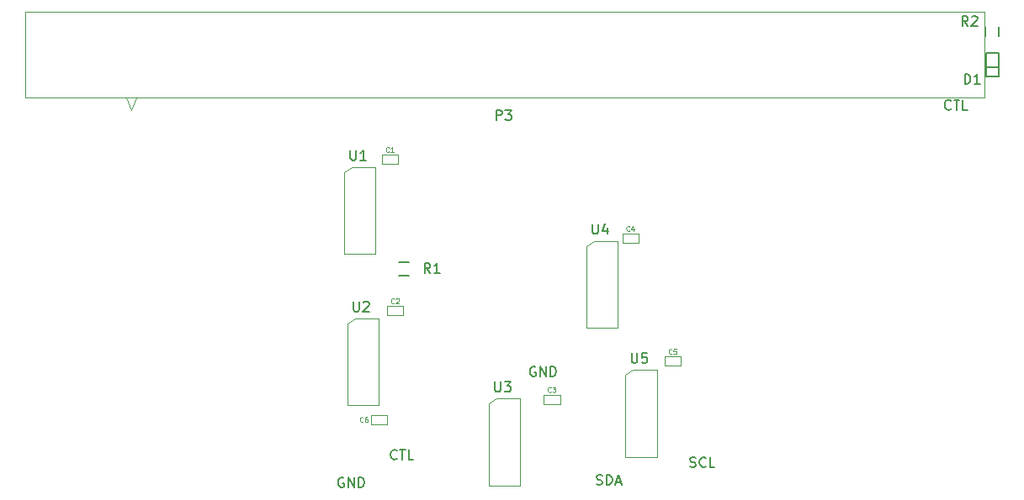
<source format=gto>
G04 #@! TF.FileFunction,Legend,Top*
%FSLAX46Y46*%
G04 Gerber Fmt 4.6, Leading zero omitted, Abs format (unit mm)*
G04 Created by KiCad (PCBNEW 4.0.1-stable) date 2/9/2017 10:22:46 PM*
%MOMM*%
G01*
G04 APERTURE LIST*
%ADD10C,0.100000*%
%ADD11C,0.150000*%
%ADD12C,0.120000*%
%ADD13C,0.125000*%
G04 APERTURE END LIST*
D10*
D11*
X-16205104Y-17635600D02*
X-16300342Y-17587981D01*
X-16443199Y-17587981D01*
X-16586057Y-17635600D01*
X-16681295Y-17730838D01*
X-16728914Y-17826076D01*
X-16776533Y-18016552D01*
X-16776533Y-18159410D01*
X-16728914Y-18349886D01*
X-16681295Y-18445124D01*
X-16586057Y-18540362D01*
X-16443199Y-18587981D01*
X-16347961Y-18587981D01*
X-16205104Y-18540362D01*
X-16157485Y-18492743D01*
X-16157485Y-18159410D01*
X-16347961Y-18159410D01*
X-15728914Y-18587981D02*
X-15728914Y-17587981D01*
X-15157485Y-18587981D01*
X-15157485Y-17587981D01*
X-14681295Y-18587981D02*
X-14681295Y-17587981D01*
X-14443200Y-17587981D01*
X-14300342Y-17635600D01*
X-14205104Y-17730838D01*
X-14157485Y-17826076D01*
X-14109866Y-18016552D01*
X-14109866Y-18159410D01*
X-14157485Y-18349886D01*
X-14205104Y-18445124D01*
X-14300342Y-18540362D01*
X-14443200Y-18587981D01*
X-14681295Y-18587981D01*
X3098896Y-6459600D02*
X3003658Y-6411981D01*
X2860801Y-6411981D01*
X2717943Y-6459600D01*
X2622705Y-6554838D01*
X2575086Y-6650076D01*
X2527467Y-6840552D01*
X2527467Y-6983410D01*
X2575086Y-7173886D01*
X2622705Y-7269124D01*
X2717943Y-7364362D01*
X2860801Y-7411981D01*
X2956039Y-7411981D01*
X3098896Y-7364362D01*
X3146515Y-7316743D01*
X3146515Y-6983410D01*
X2956039Y-6983410D01*
X3575086Y-7411981D02*
X3575086Y-6411981D01*
X4146515Y-7411981D01*
X4146515Y-6411981D01*
X4622705Y-7411981D02*
X4622705Y-6411981D01*
X4860800Y-6411981D01*
X5003658Y-6459600D01*
X5098896Y-6554838D01*
X5146515Y-6650076D01*
X5194134Y-6840552D01*
X5194134Y-6983410D01*
X5146515Y-7173886D01*
X5098896Y-7269124D01*
X5003658Y-7364362D01*
X4860800Y-7411981D01*
X4622705Y-7411981D01*
X44913610Y19556457D02*
X44865991Y19508838D01*
X44723134Y19461219D01*
X44627896Y19461219D01*
X44485038Y19508838D01*
X44389800Y19604076D01*
X44342181Y19699314D01*
X44294562Y19889790D01*
X44294562Y20032648D01*
X44342181Y20223124D01*
X44389800Y20318362D01*
X44485038Y20413600D01*
X44627896Y20461219D01*
X44723134Y20461219D01*
X44865991Y20413600D01*
X44913610Y20365981D01*
X45199324Y20461219D02*
X45770753Y20461219D01*
X45485038Y19461219D02*
X45485038Y20461219D01*
X46580277Y19461219D02*
X46104086Y19461219D01*
X46104086Y20461219D01*
X-10839390Y-15698743D02*
X-10887009Y-15746362D01*
X-11029866Y-15793981D01*
X-11125104Y-15793981D01*
X-11267962Y-15746362D01*
X-11363200Y-15651124D01*
X-11410819Y-15555886D01*
X-11458438Y-15365410D01*
X-11458438Y-15222552D01*
X-11410819Y-15032076D01*
X-11363200Y-14936838D01*
X-11267962Y-14841600D01*
X-11125104Y-14793981D01*
X-11029866Y-14793981D01*
X-10887009Y-14841600D01*
X-10839390Y-14889219D01*
X-10553676Y-14793981D02*
X-9982247Y-14793981D01*
X-10267962Y-15793981D02*
X-10267962Y-14793981D01*
X-9172723Y-15793981D02*
X-9648914Y-15793981D01*
X-9648914Y-14793981D01*
X18672324Y-16508362D02*
X18815181Y-16555981D01*
X19053277Y-16555981D01*
X19148515Y-16508362D01*
X19196134Y-16460743D01*
X19243753Y-16365505D01*
X19243753Y-16270267D01*
X19196134Y-16175029D01*
X19148515Y-16127410D01*
X19053277Y-16079790D01*
X18862800Y-16032171D01*
X18767562Y-15984552D01*
X18719943Y-15936933D01*
X18672324Y-15841695D01*
X18672324Y-15746457D01*
X18719943Y-15651219D01*
X18767562Y-15603600D01*
X18862800Y-15555981D01*
X19100896Y-15555981D01*
X19243753Y-15603600D01*
X20243753Y-16460743D02*
X20196134Y-16508362D01*
X20053277Y-16555981D01*
X19958039Y-16555981D01*
X19815181Y-16508362D01*
X19719943Y-16413124D01*
X19672324Y-16317886D01*
X19624705Y-16127410D01*
X19624705Y-15984552D01*
X19672324Y-15794076D01*
X19719943Y-15698838D01*
X19815181Y-15603600D01*
X19958039Y-15555981D01*
X20053277Y-15555981D01*
X20196134Y-15603600D01*
X20243753Y-15651219D01*
X21148515Y-16555981D02*
X20672324Y-16555981D01*
X20672324Y-15555981D01*
X9250514Y-18286362D02*
X9393371Y-18333981D01*
X9631467Y-18333981D01*
X9726705Y-18286362D01*
X9774324Y-18238743D01*
X9821943Y-18143505D01*
X9821943Y-18048267D01*
X9774324Y-17953029D01*
X9726705Y-17905410D01*
X9631467Y-17857790D01*
X9440990Y-17810171D01*
X9345752Y-17762552D01*
X9298133Y-17714933D01*
X9250514Y-17619695D01*
X9250514Y-17524457D01*
X9298133Y-17429219D01*
X9345752Y-17381600D01*
X9440990Y-17333981D01*
X9679086Y-17333981D01*
X9821943Y-17381600D01*
X10250514Y-18333981D02*
X10250514Y-17333981D01*
X10488609Y-17333981D01*
X10631467Y-17381600D01*
X10726705Y-17476838D01*
X10774324Y-17572076D01*
X10821943Y-17762552D01*
X10821943Y-17905410D01*
X10774324Y-18095886D01*
X10726705Y-18191124D01*
X10631467Y-18286362D01*
X10488609Y-18333981D01*
X10250514Y-18333981D01*
X11202895Y-18048267D02*
X11679086Y-18048267D01*
X11107657Y-18333981D02*
X11440990Y-17333981D01*
X11774324Y-18333981D01*
D12*
X-12979400Y13690600D02*
X-12979400Y13436600D01*
X-12979400Y13690600D02*
X-15392400Y13690600D01*
X-15392400Y13690600D02*
X-16154400Y13182600D01*
X-16154400Y13182600D02*
X-16154400Y4927600D01*
X-16154400Y12928600D02*
X-16154400Y4927600D01*
X-12979400Y13436600D02*
X-12979400Y4927600D01*
X-12979400Y4927600D02*
X-16154400Y4927600D01*
X-38100000Y20656600D02*
X-37592000Y19386600D01*
X-37592000Y19386600D02*
X-37084000Y20656600D01*
X-48260000Y24974600D02*
X-48260000Y29292600D01*
X-48260000Y29292600D02*
X48260000Y29292600D01*
X48260000Y29292600D02*
X48260000Y20656600D01*
X48260000Y20656600D02*
X-48260000Y20656600D01*
X-48260000Y20656600D02*
X-48260000Y24974600D01*
X-12664440Y-1559560D02*
X-12664440Y-1813560D01*
X-12664440Y-1559560D02*
X-15077440Y-1559560D01*
X-15077440Y-1559560D02*
X-15839440Y-2067560D01*
X-15839440Y-2067560D02*
X-15839440Y-10322560D01*
X-15839440Y-2321560D02*
X-15839440Y-10322560D01*
X-12664440Y-1813560D02*
X-12664440Y-10322560D01*
X-12664440Y-10322560D02*
X-15839440Y-10322560D01*
X1574800Y-9641840D02*
X1574800Y-9895840D01*
X1574800Y-9641840D02*
X-838200Y-9641840D01*
X-838200Y-9641840D02*
X-1600200Y-10149840D01*
X-1600200Y-10149840D02*
X-1600200Y-18404840D01*
X-1600200Y-10403840D02*
X-1600200Y-18404840D01*
X1574800Y-9895840D02*
X1574800Y-18404840D01*
X1574800Y-18404840D02*
X-1600200Y-18404840D01*
X11389360Y6243320D02*
X11389360Y5989320D01*
X11389360Y6243320D02*
X8976360Y6243320D01*
X8976360Y6243320D02*
X8214360Y5735320D01*
X8214360Y5735320D02*
X8214360Y-2519680D01*
X8214360Y5481320D02*
X8214360Y-2519680D01*
X11389360Y5989320D02*
X11389360Y-2519680D01*
X11389360Y-2519680D02*
X8214360Y-2519680D01*
X15326360Y-6741160D02*
X15326360Y-6995160D01*
X15326360Y-6741160D02*
X12913360Y-6741160D01*
X12913360Y-6741160D02*
X12151360Y-7249160D01*
X12151360Y-7249160D02*
X12151360Y-15504160D01*
X12151360Y-7503160D02*
X12151360Y-15504160D01*
X15326360Y-6995160D02*
X15326360Y-15504160D01*
X15326360Y-15504160D02*
X12151360Y-15504160D01*
D10*
X-10718800Y13995400D02*
X-12344400Y13995400D01*
X-12344400Y13995400D02*
X-12344400Y14909800D01*
X-12344400Y14909800D02*
X-10718800Y14909800D01*
X-10718800Y14909800D02*
X-10718800Y13995400D01*
X-10236200Y-1244600D02*
X-11861800Y-1244600D01*
X-11861800Y-1244600D02*
X-11861800Y-330200D01*
X-11861800Y-330200D02*
X-10236200Y-330200D01*
X-10236200Y-330200D02*
X-10236200Y-1244600D01*
X5588000Y-10210800D02*
X3962400Y-10210800D01*
X3962400Y-10210800D02*
X3962400Y-9296400D01*
X3962400Y-9296400D02*
X5588000Y-9296400D01*
X5588000Y-9296400D02*
X5588000Y-10210800D01*
X13487400Y6045200D02*
X11861800Y6045200D01*
X11861800Y6045200D02*
X11861800Y6959600D01*
X11861800Y6959600D02*
X13487400Y6959600D01*
X13487400Y6959600D02*
X13487400Y6045200D01*
X17729200Y-6299200D02*
X16103600Y-6299200D01*
X16103600Y-6299200D02*
X16103600Y-5384800D01*
X16103600Y-5384800D02*
X17729200Y-5384800D01*
X17729200Y-5384800D02*
X17729200Y-6299200D01*
X-13462000Y-11328400D02*
X-11836400Y-11328400D01*
X-11836400Y-11328400D02*
X-11836400Y-12242800D01*
X-11836400Y-12242800D02*
X-13462000Y-12242800D01*
X-13462000Y-12242800D02*
X-13462000Y-11328400D01*
D11*
X49733200Y23723600D02*
X48463200Y23723600D01*
X49733200Y25196800D02*
X49733200Y22834600D01*
X49733200Y22834600D02*
X48463200Y22834600D01*
X48437800Y22834600D02*
X48437800Y25196800D01*
X48463200Y25196800D02*
X49733200Y25196800D01*
X-10609200Y4129400D02*
X-9609200Y4129400D01*
X-9609200Y2779400D02*
X-10609200Y2779400D01*
X48397800Y26830400D02*
X48397800Y27830400D01*
X49747800Y27830400D02*
X49747800Y26830400D01*
X-15519305Y15381219D02*
X-15519305Y14571695D01*
X-15471686Y14476457D01*
X-15424067Y14428838D01*
X-15328829Y14381219D01*
X-15138352Y14381219D01*
X-15043114Y14428838D01*
X-14995495Y14476457D01*
X-14947876Y14571695D01*
X-14947876Y15381219D01*
X-13947876Y14381219D02*
X-14519305Y14381219D01*
X-14233591Y14381219D02*
X-14233591Y15381219D01*
X-14328829Y15238362D01*
X-14424067Y15143124D01*
X-14519305Y15095505D01*
X-839695Y18419819D02*
X-839695Y19419819D01*
X-458742Y19419819D01*
X-363504Y19372200D01*
X-315885Y19324581D01*
X-268266Y19229343D01*
X-268266Y19086486D01*
X-315885Y18991248D01*
X-363504Y18943629D01*
X-458742Y18896010D01*
X-839695Y18896010D01*
X65067Y19419819D02*
X684115Y19419819D01*
X350781Y19038867D01*
X493639Y19038867D01*
X588877Y18991248D01*
X636496Y18943629D01*
X684115Y18848390D01*
X684115Y18610295D01*
X636496Y18515057D01*
X588877Y18467438D01*
X493639Y18419819D01*
X207924Y18419819D01*
X112686Y18467438D01*
X65067Y18515057D01*
X-15204345Y131059D02*
X-15204345Y-678465D01*
X-15156726Y-773703D01*
X-15109107Y-821322D01*
X-15013869Y-868941D01*
X-14823392Y-868941D01*
X-14728154Y-821322D01*
X-14680535Y-773703D01*
X-14632916Y-678465D01*
X-14632916Y131059D01*
X-14204345Y35821D02*
X-14156726Y83440D01*
X-14061488Y131059D01*
X-13823392Y131059D01*
X-13728154Y83440D01*
X-13680535Y35821D01*
X-13632916Y-59417D01*
X-13632916Y-154655D01*
X-13680535Y-297512D01*
X-14251964Y-868941D01*
X-13632916Y-868941D01*
X-965105Y-7951221D02*
X-965105Y-8760745D01*
X-917486Y-8855983D01*
X-869867Y-8903602D01*
X-774629Y-8951221D01*
X-584152Y-8951221D01*
X-488914Y-8903602D01*
X-441295Y-8855983D01*
X-393676Y-8760745D01*
X-393676Y-7951221D01*
X-12724Y-7951221D02*
X606324Y-7951221D01*
X272990Y-8332173D01*
X415848Y-8332173D01*
X511086Y-8379792D01*
X558705Y-8427411D01*
X606324Y-8522650D01*
X606324Y-8760745D01*
X558705Y-8855983D01*
X511086Y-8903602D01*
X415848Y-8951221D01*
X130133Y-8951221D01*
X34895Y-8903602D01*
X-12724Y-8855983D01*
X8849455Y7933939D02*
X8849455Y7124415D01*
X8897074Y7029177D01*
X8944693Y6981558D01*
X9039931Y6933939D01*
X9230408Y6933939D01*
X9325646Y6981558D01*
X9373265Y7029177D01*
X9420884Y7124415D01*
X9420884Y7933939D01*
X10325646Y7600606D02*
X10325646Y6933939D01*
X10087550Y7981558D02*
X9849455Y7267272D01*
X10468503Y7267272D01*
X12786455Y-5050541D02*
X12786455Y-5860065D01*
X12834074Y-5955303D01*
X12881693Y-6002922D01*
X12976931Y-6050541D01*
X13167408Y-6050541D01*
X13262646Y-6002922D01*
X13310265Y-5955303D01*
X13357884Y-5860065D01*
X13357884Y-5050541D01*
X14310265Y-5050541D02*
X13834074Y-5050541D01*
X13786455Y-5526731D01*
X13834074Y-5479112D01*
X13929312Y-5431493D01*
X14167408Y-5431493D01*
X14262646Y-5479112D01*
X14310265Y-5526731D01*
X14357884Y-5621970D01*
X14357884Y-5860065D01*
X14310265Y-5955303D01*
X14262646Y-6002922D01*
X14167408Y-6050541D01*
X13929312Y-6050541D01*
X13834074Y-6002922D01*
X13786455Y-5955303D01*
D13*
X-11640333Y15239229D02*
X-11664143Y15215419D01*
X-11735571Y15191610D01*
X-11783190Y15191610D01*
X-11854619Y15215419D01*
X-11902238Y15263038D01*
X-11926047Y15310657D01*
X-11949857Y15405895D01*
X-11949857Y15477324D01*
X-11926047Y15572562D01*
X-11902238Y15620181D01*
X-11854619Y15667800D01*
X-11783190Y15691610D01*
X-11735571Y15691610D01*
X-11664143Y15667800D01*
X-11640333Y15643990D01*
X-11164143Y15191610D02*
X-11449857Y15191610D01*
X-11307000Y15191610D02*
X-11307000Y15691610D01*
X-11354619Y15620181D01*
X-11402238Y15572562D01*
X-11449857Y15548752D01*
X-11106933Y-771D02*
X-11130743Y-24581D01*
X-11202171Y-48390D01*
X-11249790Y-48390D01*
X-11321219Y-24581D01*
X-11368838Y23038D01*
X-11392647Y70657D01*
X-11416457Y165895D01*
X-11416457Y237324D01*
X-11392647Y332562D01*
X-11368838Y380181D01*
X-11321219Y427800D01*
X-11249790Y451610D01*
X-11202171Y451610D01*
X-11130743Y427800D01*
X-11106933Y403990D01*
X-10916457Y403990D02*
X-10892647Y427800D01*
X-10845028Y451610D01*
X-10725981Y451610D01*
X-10678362Y427800D01*
X-10654552Y403990D01*
X-10630743Y356371D01*
X-10630743Y308752D01*
X-10654552Y237324D01*
X-10940266Y-48390D01*
X-10630743Y-48390D01*
X4666467Y-8941571D02*
X4642657Y-8965381D01*
X4571229Y-8989190D01*
X4523610Y-8989190D01*
X4452181Y-8965381D01*
X4404562Y-8917762D01*
X4380753Y-8870143D01*
X4356943Y-8774905D01*
X4356943Y-8703476D01*
X4380753Y-8608238D01*
X4404562Y-8560619D01*
X4452181Y-8513000D01*
X4523610Y-8489190D01*
X4571229Y-8489190D01*
X4642657Y-8513000D01*
X4666467Y-8536810D01*
X4833134Y-8489190D02*
X5142657Y-8489190D01*
X4975991Y-8679667D01*
X5047419Y-8679667D01*
X5095038Y-8703476D01*
X5118848Y-8727286D01*
X5142657Y-8774905D01*
X5142657Y-8893952D01*
X5118848Y-8941571D01*
X5095038Y-8965381D01*
X5047419Y-8989190D01*
X4904562Y-8989190D01*
X4856943Y-8965381D01*
X4833134Y-8941571D01*
X12565867Y7289029D02*
X12542057Y7265219D01*
X12470629Y7241410D01*
X12423010Y7241410D01*
X12351581Y7265219D01*
X12303962Y7312838D01*
X12280153Y7360457D01*
X12256343Y7455695D01*
X12256343Y7527124D01*
X12280153Y7622362D01*
X12303962Y7669981D01*
X12351581Y7717600D01*
X12423010Y7741410D01*
X12470629Y7741410D01*
X12542057Y7717600D01*
X12565867Y7693790D01*
X12994438Y7574743D02*
X12994438Y7241410D01*
X12875391Y7765219D02*
X12756343Y7408076D01*
X13065867Y7408076D01*
X16807667Y-5106171D02*
X16783857Y-5129981D01*
X16712429Y-5153790D01*
X16664810Y-5153790D01*
X16593381Y-5129981D01*
X16545762Y-5082362D01*
X16521953Y-5034743D01*
X16498143Y-4939505D01*
X16498143Y-4868076D01*
X16521953Y-4772838D01*
X16545762Y-4725219D01*
X16593381Y-4677600D01*
X16664810Y-4653790D01*
X16712429Y-4653790D01*
X16783857Y-4677600D01*
X16807667Y-4701410D01*
X17260048Y-4653790D02*
X17021953Y-4653790D01*
X16998143Y-4891886D01*
X17021953Y-4868076D01*
X17069572Y-4844267D01*
X17188619Y-4844267D01*
X17236238Y-4868076D01*
X17260048Y-4891886D01*
X17283857Y-4939505D01*
X17283857Y-5058552D01*
X17260048Y-5106171D01*
X17236238Y-5129981D01*
X17188619Y-5153790D01*
X17069572Y-5153790D01*
X17021953Y-5129981D01*
X16998143Y-5106171D01*
X-14256533Y-11964171D02*
X-14280343Y-11987981D01*
X-14351771Y-12011790D01*
X-14399390Y-12011790D01*
X-14470819Y-11987981D01*
X-14518438Y-11940362D01*
X-14542247Y-11892743D01*
X-14566057Y-11797505D01*
X-14566057Y-11726076D01*
X-14542247Y-11630838D01*
X-14518438Y-11583219D01*
X-14470819Y-11535600D01*
X-14399390Y-11511790D01*
X-14351771Y-11511790D01*
X-14280343Y-11535600D01*
X-14256533Y-11559410D01*
X-13827962Y-11511790D02*
X-13923200Y-11511790D01*
X-13970819Y-11535600D01*
X-13994628Y-11559410D01*
X-14042247Y-11630838D01*
X-14066057Y-11726076D01*
X-14066057Y-11916552D01*
X-14042247Y-11964171D01*
X-14018438Y-11987981D01*
X-13970819Y-12011790D01*
X-13875581Y-12011790D01*
X-13827962Y-11987981D01*
X-13804152Y-11964171D01*
X-13780343Y-11916552D01*
X-13780343Y-11797505D01*
X-13804152Y-11749886D01*
X-13827962Y-11726076D01*
X-13875581Y-11702267D01*
X-13970819Y-11702267D01*
X-14018438Y-11726076D01*
X-14042247Y-11749886D01*
X-14066057Y-11797505D01*
D11*
X46302705Y22052019D02*
X46302705Y23052019D01*
X46540800Y23052019D01*
X46683658Y23004400D01*
X46778896Y22909162D01*
X46826515Y22813924D01*
X46874134Y22623448D01*
X46874134Y22480590D01*
X46826515Y22290114D01*
X46778896Y22194876D01*
X46683658Y22099638D01*
X46540800Y22052019D01*
X46302705Y22052019D01*
X47826515Y22052019D02*
X47255086Y22052019D01*
X47540800Y22052019D02*
X47540800Y23052019D01*
X47445562Y22909162D01*
X47350324Y22813924D01*
X47255086Y22766305D01*
X-7481866Y3002019D02*
X-7815200Y3478210D01*
X-8053295Y3002019D02*
X-8053295Y4002019D01*
X-7672342Y4002019D01*
X-7577104Y3954400D01*
X-7529485Y3906781D01*
X-7481866Y3811543D01*
X-7481866Y3668686D01*
X-7529485Y3573448D01*
X-7577104Y3525829D01*
X-7672342Y3478210D01*
X-8053295Y3478210D01*
X-6529485Y3002019D02*
X-7100914Y3002019D01*
X-6815200Y3002019D02*
X-6815200Y4002019D01*
X-6910438Y3859162D01*
X-7005676Y3763924D01*
X-7100914Y3716305D01*
X46620134Y27894019D02*
X46286800Y28370210D01*
X46048705Y27894019D02*
X46048705Y28894019D01*
X46429658Y28894019D01*
X46524896Y28846400D01*
X46572515Y28798781D01*
X46620134Y28703543D01*
X46620134Y28560686D01*
X46572515Y28465448D01*
X46524896Y28417829D01*
X46429658Y28370210D01*
X46048705Y28370210D01*
X47001086Y28798781D02*
X47048705Y28846400D01*
X47143943Y28894019D01*
X47382039Y28894019D01*
X47477277Y28846400D01*
X47524896Y28798781D01*
X47572515Y28703543D01*
X47572515Y28608305D01*
X47524896Y28465448D01*
X46953467Y27894019D01*
X47572515Y27894019D01*
M02*

</source>
